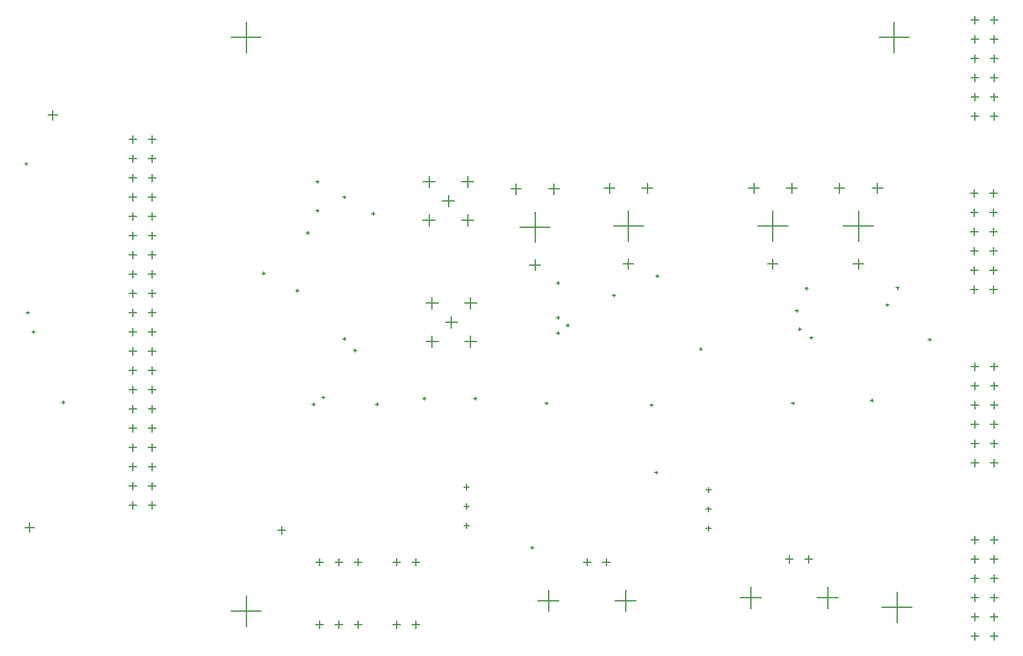
<source format=gbr>
G04 Layer_Color=128*
%FSLAX43Y43*%
%MOMM*%
%TF.FileFunction,Drillmap*%
%TF.Part,Single*%
G01*
G75*
%TA.AperFunction,NonConductor*%
%ADD43C,0.127*%
D43*
X13897Y18542D02*
X14297D01*
X14097Y18342D02*
Y18742D01*
X133866Y-12319D02*
X134866D01*
X134366Y-12819D02*
Y-11819D01*
X133866Y-9779D02*
X134866D01*
X134366Y-10279D02*
Y-9279D01*
X133866Y-7239D02*
X134866D01*
X134366Y-7739D02*
Y-6739D01*
X133866Y-4699D02*
X134866D01*
X134366Y-5199D02*
Y-4199D01*
X133866Y-2159D02*
X134866D01*
X134366Y-2659D02*
Y-1659D01*
X133866Y381D02*
X134866D01*
X134366Y-119D02*
Y881D01*
X136406Y-12319D02*
X137406D01*
X136906Y-12819D02*
Y-11819D01*
X136406Y-9779D02*
X137406D01*
X136906Y-10279D02*
Y-9279D01*
X136406Y-7239D02*
X137406D01*
X136906Y-7739D02*
Y-6739D01*
X136406Y-4699D02*
X137406D01*
X136906Y-5199D02*
Y-4199D01*
X136406Y-2159D02*
X137406D01*
X136906Y-2659D02*
Y-1659D01*
X136406Y381D02*
X137406D01*
X136906Y-119D02*
Y881D01*
X133816Y10541D02*
X134816D01*
X134316Y10041D02*
Y11041D01*
X133816Y13081D02*
X134816D01*
X134316Y12581D02*
Y13581D01*
X133816Y15621D02*
X134816D01*
X134316Y15121D02*
Y16121D01*
X133816Y18161D02*
X134816D01*
X134316Y17661D02*
Y18661D01*
X133816Y20701D02*
X134816D01*
X134316Y20201D02*
Y21201D01*
X133816Y23241D02*
X134816D01*
X134316Y22741D02*
Y23741D01*
X136356Y10541D02*
X137356D01*
X136856Y10041D02*
Y11041D01*
X136356Y13081D02*
X137356D01*
X136856Y12581D02*
Y13581D01*
X136356Y15621D02*
X137356D01*
X136856Y15121D02*
Y16121D01*
X136356Y18161D02*
X137356D01*
X136856Y17661D02*
Y18661D01*
X136356Y20701D02*
X137356D01*
X136856Y20201D02*
Y21201D01*
X136356Y23241D02*
X137356D01*
X136856Y22741D02*
Y23741D01*
X133791Y33401D02*
X134791D01*
X134291Y32901D02*
Y33901D01*
X133791Y35941D02*
X134791D01*
X134291Y35441D02*
Y36441D01*
X133791Y38481D02*
X134791D01*
X134291Y37981D02*
Y38981D01*
X133791Y41021D02*
X134791D01*
X134291Y40521D02*
Y41521D01*
X133791Y43561D02*
X134791D01*
X134291Y43061D02*
Y44061D01*
X133791Y46101D02*
X134791D01*
X134291Y45601D02*
Y46601D01*
X136331Y33401D02*
X137331D01*
X136831Y32901D02*
Y33901D01*
X136331Y35941D02*
X137331D01*
X136831Y35441D02*
Y36441D01*
X136331Y38481D02*
X137331D01*
X136831Y37981D02*
Y38981D01*
X136331Y41021D02*
X137331D01*
X136831Y40521D02*
Y41521D01*
X136331Y43561D02*
X137331D01*
X136831Y43061D02*
Y44061D01*
X136331Y46101D02*
X137331D01*
X136831Y45601D02*
Y46601D01*
X136381Y68961D02*
X137381D01*
X136881Y68461D02*
Y69461D01*
X136381Y66421D02*
X137381D01*
X136881Y65921D02*
Y66921D01*
X136381Y63881D02*
X137381D01*
X136881Y63381D02*
Y64381D01*
X136381Y61341D02*
X137381D01*
X136881Y60841D02*
Y61841D01*
X136381Y58801D02*
X137381D01*
X136881Y58301D02*
Y59301D01*
X136381Y56261D02*
X137381D01*
X136881Y55761D02*
Y56761D01*
X133841Y68961D02*
X134841D01*
X134341Y68461D02*
Y69461D01*
X133841Y66421D02*
X134841D01*
X134341Y65921D02*
Y66921D01*
X133841Y63881D02*
X134841D01*
X134341Y63381D02*
Y64381D01*
X133841Y61341D02*
X134841D01*
X134341Y60841D02*
Y61841D01*
X133841Y58801D02*
X134841D01*
X134341Y58301D02*
Y59301D01*
X133841Y56261D02*
X134841D01*
X134341Y55761D02*
Y56761D01*
X25281Y4953D02*
X26281D01*
X25781Y4453D02*
Y5453D01*
X22741Y4953D02*
X23741D01*
X23241Y4453D02*
Y5453D01*
X25281Y7493D02*
X26281D01*
X25781Y6993D02*
Y7993D01*
X22741Y7493D02*
X23741D01*
X23241Y6993D02*
Y7993D01*
X25281Y10033D02*
X26281D01*
X25781Y9533D02*
Y10533D01*
X22741Y10033D02*
X23741D01*
X23241Y9533D02*
Y10533D01*
X25281Y12573D02*
X26281D01*
X25781Y12073D02*
Y13073D01*
X22741Y12573D02*
X23741D01*
X23241Y12073D02*
Y13073D01*
X25281Y15113D02*
X26281D01*
X25781Y14613D02*
Y15613D01*
X22741Y15113D02*
X23741D01*
X23241Y14613D02*
Y15613D01*
X25281Y17653D02*
X26281D01*
X25781Y17153D02*
Y18153D01*
X22741Y17653D02*
X23741D01*
X23241Y17153D02*
Y18153D01*
X25281Y20193D02*
X26281D01*
X25781Y19693D02*
Y20693D01*
X22741Y20193D02*
X23741D01*
X23241Y19693D02*
Y20693D01*
X25281Y22733D02*
X26281D01*
X25781Y22233D02*
Y23233D01*
X22741Y22733D02*
X23741D01*
X23241Y22233D02*
Y23233D01*
X25281Y25273D02*
X26281D01*
X25781Y24773D02*
Y25773D01*
X22741Y25273D02*
X23741D01*
X23241Y24773D02*
Y25773D01*
X25281Y27813D02*
X26281D01*
X25781Y27313D02*
Y28313D01*
X22741Y27813D02*
X23741D01*
X23241Y27313D02*
Y28313D01*
X25281Y30353D02*
X26281D01*
X25781Y29853D02*
Y30853D01*
X22741Y30353D02*
X23741D01*
X23241Y29853D02*
Y30853D01*
X25281Y32893D02*
X26281D01*
X25781Y32393D02*
Y33393D01*
X22741Y32893D02*
X23741D01*
X23241Y32393D02*
Y33393D01*
X25281Y35433D02*
X26281D01*
X25781Y34933D02*
Y35933D01*
X22741Y35433D02*
X23741D01*
X23241Y34933D02*
Y35933D01*
X25281Y37973D02*
X26281D01*
X25781Y37473D02*
Y38473D01*
X22741Y37973D02*
X23741D01*
X23241Y37473D02*
Y38473D01*
X25281Y40513D02*
X26281D01*
X25781Y40013D02*
Y41013D01*
X22741Y40513D02*
X23741D01*
X23241Y40013D02*
Y41013D01*
X25281Y43053D02*
X26281D01*
X25781Y42553D02*
Y43553D01*
X22741Y43053D02*
X23741D01*
X23241Y42553D02*
Y43553D01*
X25281Y45593D02*
X26281D01*
X25781Y45093D02*
Y46093D01*
X22741Y45593D02*
X23741D01*
X23241Y45093D02*
Y46093D01*
X25281Y48133D02*
X26281D01*
X25781Y47633D02*
Y48633D01*
X22741Y48133D02*
X23741D01*
X23241Y47633D02*
Y48633D01*
X25281Y50673D02*
X26281D01*
X25781Y50173D02*
Y51173D01*
X22741Y50673D02*
X23741D01*
X23241Y50173D02*
Y51173D01*
X25281Y53213D02*
X26281D01*
X25781Y52713D02*
Y53713D01*
X22741Y53213D02*
X23741D01*
X23241Y52713D02*
Y53713D01*
X47379Y-10795D02*
X48379D01*
X47879Y-11295D02*
Y-10295D01*
X49919Y-10795D02*
X50919D01*
X50419Y-11295D02*
Y-10295D01*
X52459Y-10795D02*
X53459D01*
X52959Y-11295D02*
Y-10295D01*
X57539Y-10795D02*
X58539D01*
X58039Y-11295D02*
Y-10295D01*
X60079Y-10795D02*
X61079D01*
X60579Y-11295D02*
Y-10295D01*
X111895Y-2159D02*
X112895D01*
X112395Y-2659D02*
Y-1659D01*
X109355Y-2159D02*
X110355D01*
X109855Y-2659D02*
Y-1659D01*
X103375Y-7239D02*
X106175D01*
X104775Y-8639D02*
Y-5839D01*
X113535Y-7239D02*
X116335D01*
X114935Y-8639D02*
Y-5839D01*
X98837Y1905D02*
X99537D01*
X99187Y1555D02*
Y2255D01*
X98837Y4445D02*
X99537D01*
X99187Y4095D02*
Y4795D01*
X98837Y6985D02*
X99537D01*
X99187Y6635D02*
Y7335D01*
X66960Y2286D02*
X67660D01*
X67310Y1936D02*
Y2636D01*
X66960Y4826D02*
X67660D01*
X67310Y4476D02*
Y5176D01*
X66960Y7366D02*
X67660D01*
X67310Y7016D02*
Y7716D01*
X64097Y45085D02*
X65697D01*
X64897Y44285D02*
Y45885D01*
X61557Y47625D02*
X63157D01*
X62357Y46825D02*
Y48425D01*
X66637Y47625D02*
X68237D01*
X67437Y46825D02*
Y48425D01*
X61557Y42545D02*
X63157D01*
X62357Y41745D02*
Y43345D01*
X66637Y42545D02*
X68237D01*
X67437Y41745D02*
Y43345D01*
X64478Y29083D02*
X66078D01*
X65278Y28283D02*
Y29883D01*
X61938Y31623D02*
X63538D01*
X62738Y30823D02*
Y32423D01*
X67018Y31623D02*
X68618D01*
X67818Y30823D02*
Y32423D01*
X61938Y26543D02*
X63538D01*
X62738Y25743D02*
Y27343D01*
X67018Y26543D02*
X68618D01*
X67818Y25743D02*
Y27343D01*
X47379Y-2540D02*
X48379D01*
X47879Y-3040D02*
Y-2040D01*
X49919Y-2540D02*
X50919D01*
X50419Y-3040D02*
Y-2040D01*
X52459Y-2540D02*
X53459D01*
X52959Y-3040D02*
Y-2040D01*
X57539Y-2540D02*
X58539D01*
X58039Y-3040D02*
Y-2040D01*
X60079Y-2540D02*
X61079D01*
X60579Y-3040D02*
Y-2040D01*
X85225Y-2540D02*
X86225D01*
X85725Y-3040D02*
Y-2040D01*
X82685Y-2540D02*
X83685D01*
X83185Y-3040D02*
Y-2040D01*
X76705Y-7620D02*
X79505D01*
X78105Y-9020D02*
Y-6220D01*
X86865Y-7620D02*
X89665D01*
X88265Y-9020D02*
Y-6220D01*
X78127Y46656D02*
X79527D01*
X78827Y45956D02*
Y47356D01*
X73127Y46656D02*
X74527D01*
X73827Y45956D02*
Y47356D01*
X75627Y36656D02*
X77027D01*
X76327Y35956D02*
Y37356D01*
X74327Y41656D02*
X78327D01*
X76327Y39656D02*
Y43656D01*
X90446Y46783D02*
X91846D01*
X91146Y46083D02*
Y47483D01*
X85446Y46783D02*
X86846D01*
X86146Y46083D02*
Y47483D01*
X87946Y36783D02*
X89346D01*
X88646Y36083D02*
Y37483D01*
X86646Y41783D02*
X90646D01*
X88646Y39783D02*
Y43783D01*
X109496Y46783D02*
X110896D01*
X110196Y46083D02*
Y47483D01*
X104496Y46783D02*
X105896D01*
X105196Y46083D02*
Y47483D01*
X106996Y36783D02*
X108396D01*
X107696Y36083D02*
Y37483D01*
X105696Y41783D02*
X109696D01*
X107696Y39783D02*
Y43783D01*
X120799Y46783D02*
X122199D01*
X121499Y46083D02*
Y47483D01*
X115799Y46783D02*
X117199D01*
X116499Y46083D02*
Y47483D01*
X118299Y36783D02*
X119699D01*
X118999Y36083D02*
Y37483D01*
X116999Y41783D02*
X120999D01*
X118999Y39783D02*
Y43783D01*
X12065Y56401D02*
X13335D01*
X12700Y55766D02*
Y57036D01*
X9017Y2019D02*
X10287D01*
X9652Y1384D02*
Y2654D01*
X50981Y26924D02*
X51381D01*
X51181Y26724D02*
Y27124D01*
X36223Y-9017D02*
X40223D01*
X38223Y-11017D02*
Y-7017D01*
X121698Y66675D02*
X125698D01*
X123698Y64675D02*
Y68675D01*
X36223Y66675D02*
X40223D01*
X38223Y64675D02*
Y68675D01*
X122079Y-8509D02*
X126079D01*
X124079Y-10509D02*
Y-6509D01*
X50981Y45593D02*
X51381D01*
X51181Y45393D02*
Y45793D01*
X52378Y25400D02*
X52778D01*
X52578Y25200D02*
Y25600D01*
X79175Y27686D02*
X79575D01*
X79375Y27486D02*
Y27886D01*
X68253Y19050D02*
X68653D01*
X68453Y18850D02*
Y19250D01*
X61522Y19050D02*
X61922D01*
X61722Y18850D02*
Y19250D01*
X48187Y19177D02*
X48587D01*
X48387Y18977D02*
Y19377D01*
X46155Y40894D02*
X46555D01*
X46355Y40694D02*
Y41094D01*
X54791Y43434D02*
X55191D01*
X54991Y43234D02*
Y43634D01*
X9022Y49989D02*
X9422D01*
X9222Y49789D02*
Y50189D01*
X44758Y33274D02*
X45158D01*
X44958Y33074D02*
Y33474D01*
X47425Y47625D02*
X47825D01*
X47625Y47425D02*
Y47825D01*
X92129Y9271D02*
X92529D01*
X92329Y9071D02*
Y9471D01*
X75746Y-635D02*
X76146D01*
X75946Y-835D02*
Y-435D01*
X112576Y27051D02*
X112976D01*
X112776Y26851D02*
Y27251D01*
X128197Y26797D02*
X128597D01*
X128397Y26597D02*
Y26997D01*
X110671Y30607D02*
X111071D01*
X110871Y30407D02*
Y30807D01*
X80433Y28702D02*
X80833D01*
X80633Y28502D02*
Y28902D01*
X86541Y32639D02*
X86941D01*
X86741Y32439D02*
Y32839D01*
X123968Y33618D02*
X124368D01*
X124169Y33417D02*
Y33818D01*
X111926Y33540D02*
X112326D01*
X112126Y33340D02*
Y33740D01*
X92256Y35179D02*
X92656D01*
X92456Y34979D02*
Y35379D01*
X122609Y31369D02*
X123009D01*
X122809Y31169D02*
Y31569D01*
X46917Y18288D02*
X47317D01*
X47117Y18088D02*
Y18488D01*
X55299Y18288D02*
X55699D01*
X55499Y18088D02*
Y18488D01*
X47425Y43815D02*
X47825D01*
X47625Y43615D02*
Y44015D01*
X77651Y18415D02*
X78051D01*
X77851Y18215D02*
Y18615D01*
X91494Y18161D02*
X91894D01*
X91694Y17961D02*
Y18361D01*
X110163Y18415D02*
X110563D01*
X110363Y18215D02*
Y18615D01*
X120577Y18796D02*
X120977D01*
X120777Y18596D02*
Y18996D01*
X79175Y34290D02*
X79575D01*
X79375Y34090D02*
Y34490D01*
X79175Y29718D02*
X79575D01*
X79375Y29518D02*
Y29918D01*
X40313Y35560D02*
X40713D01*
X40513Y35360D02*
Y35760D01*
X111052Y28194D02*
X111452D01*
X111252Y27994D02*
Y28394D01*
X98006Y25562D02*
X98406D01*
X98206Y25362D02*
Y25762D01*
X42426Y1651D02*
X43426D01*
X42926Y1151D02*
Y2151D01*
X9960Y27813D02*
X10360D01*
X10160Y27613D02*
Y28013D01*
X9198Y30353D02*
X9598D01*
X9398Y30153D02*
Y30553D01*
%TF.MD5,52845805afa3c628649d3cca6ccc1ec5*%
M02*

</source>
